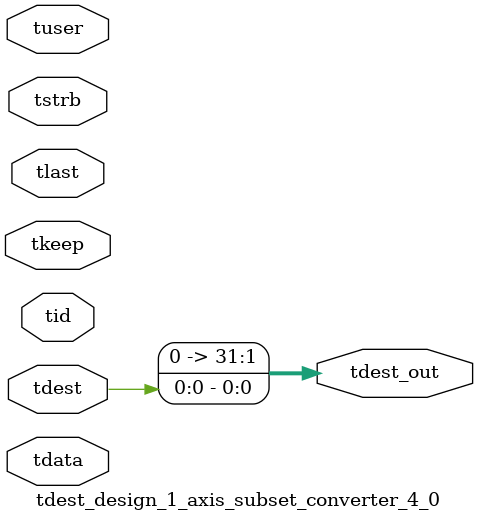
<source format=v>


`timescale 1ps/1ps

module tdest_design_1_axis_subset_converter_4_0 #
(
parameter C_S_AXIS_TDATA_WIDTH = 32,
parameter C_S_AXIS_TUSER_WIDTH = 0,
parameter C_S_AXIS_TID_WIDTH   = 0,
parameter C_S_AXIS_TDEST_WIDTH = 0,
parameter C_M_AXIS_TDEST_WIDTH = 32
)
(
input  [(C_S_AXIS_TDATA_WIDTH == 0 ? 1 : C_S_AXIS_TDATA_WIDTH)-1:0     ] tdata,
input  [(C_S_AXIS_TUSER_WIDTH == 0 ? 1 : C_S_AXIS_TUSER_WIDTH)-1:0     ] tuser,
input  [(C_S_AXIS_TID_WIDTH   == 0 ? 1 : C_S_AXIS_TID_WIDTH)-1:0       ] tid,
input  [(C_S_AXIS_TDEST_WIDTH == 0 ? 1 : C_S_AXIS_TDEST_WIDTH)-1:0     ] tdest,
input  [(C_S_AXIS_TDATA_WIDTH/8)-1:0 ] tkeep,
input  [(C_S_AXIS_TDATA_WIDTH/8)-1:0 ] tstrb,
input                                                                    tlast,
output [C_M_AXIS_TDEST_WIDTH-1:0] tdest_out
);

assign tdest_out = {tdest[0:0]};

endmodule


</source>
